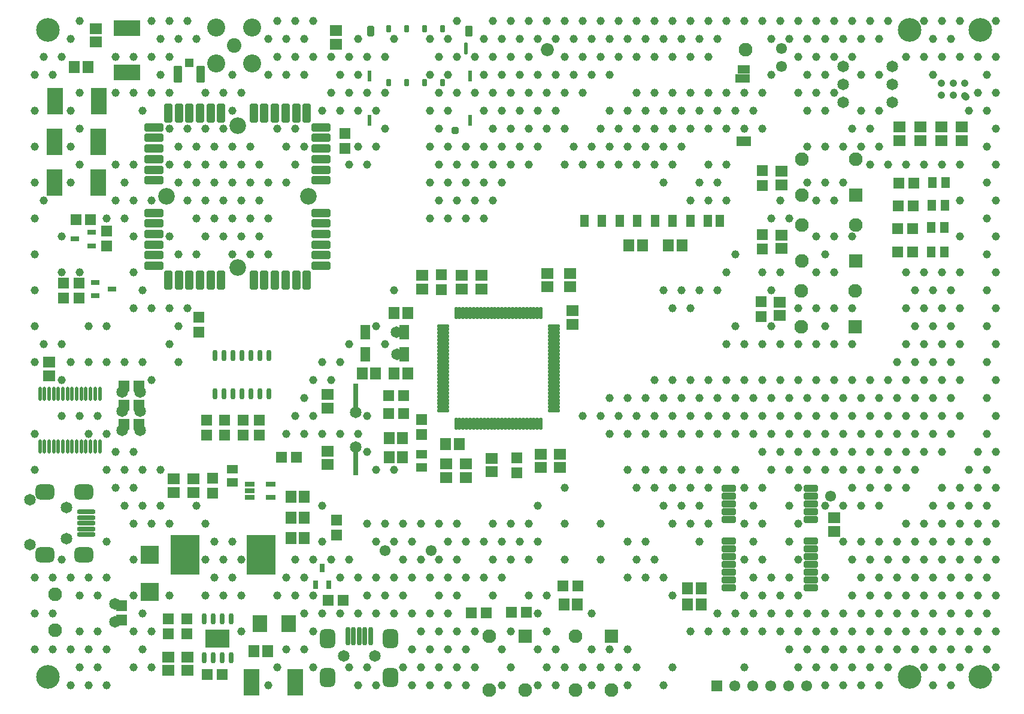
<source format=gts>
G04 Layer_Color=8388736*
%FSLAX44Y44*%
%MOMM*%
G71*
G01*
G75*
%ADD78R,1.5000X1.6000*%
%ADD79R,1.6000X1.5000*%
G04:AMPARAMS|DCode=80|XSize=2.15mm|YSize=2.65mm|CornerRadius=0.575mm|HoleSize=0mm|Usage=FLASHONLY|Rotation=0.000|XOffset=0mm|YOffset=0mm|HoleType=Round|Shape=RoundedRectangle|*
%AMROUNDEDRECTD80*
21,1,2.1500,1.5000,0,0,0.0*
21,1,1.0000,2.6500,0,0,0.0*
1,1,1.1500,0.5000,-0.7500*
1,1,1.1500,-0.5000,-0.7500*
1,1,1.1500,-0.5000,0.7500*
1,1,1.1500,0.5000,0.7500*
%
%ADD80ROUNDEDRECTD80*%
%ADD81O,0.6500X2.6500*%
%ADD82R,1.1500X1.7500*%
%ADD83R,2.1500X1.3500*%
%ADD84R,1.7000X1.1500*%
%ADD85R,2.1500X1.1500*%
%ADD86R,3.7000X2.3000*%
%ADD87R,1.5500X1.7000*%
%ADD88R,1.7000X1.5500*%
%ADD89R,2.6000X2.5500*%
%ADD90R,2.3000X3.7000*%
%ADD91R,2.1000X2.4000*%
%ADD92R,4.1000X5.6500*%
G04:AMPARAMS|DCode=93|XSize=0.95mm|YSize=1.95mm|CornerRadius=0.175mm|HoleSize=0mm|Usage=FLASHONLY|Rotation=270.000|XOffset=0mm|YOffset=0mm|HoleType=Round|Shape=RoundedRectangle|*
%AMROUNDEDRECTD93*
21,1,0.9500,1.6000,0,0,270.0*
21,1,0.6000,1.9500,0,0,270.0*
1,1,0.3500,-0.8000,-0.3000*
1,1,0.3500,-0.8000,0.3000*
1,1,0.3500,0.8000,0.3000*
1,1,0.3500,0.8000,-0.3000*
%
%ADD93ROUNDEDRECTD93*%
%ADD94R,1.1500X0.7500*%
G04:AMPARAMS|DCode=95|XSize=2.65mm|YSize=1.15mm|CornerRadius=0.2mm|HoleSize=0mm|Usage=FLASHONLY|Rotation=90.000|XOffset=0mm|YOffset=0mm|HoleType=Round|Shape=RoundedRectangle|*
%AMROUNDEDRECTD95*
21,1,2.6500,0.7500,0,0,90.0*
21,1,2.2500,1.1500,0,0,90.0*
1,1,0.4000,0.3750,1.1250*
1,1,0.4000,0.3750,-1.1250*
1,1,0.4000,-0.3750,-1.1250*
1,1,0.4000,-0.3750,1.1250*
%
%ADD95ROUNDEDRECTD95*%
G04:AMPARAMS|DCode=96|XSize=2.65mm|YSize=1.15mm|CornerRadius=0.2mm|HoleSize=0mm|Usage=FLASHONLY|Rotation=180.000|XOffset=0mm|YOffset=0mm|HoleType=Round|Shape=RoundedRectangle|*
%AMROUNDEDRECTD96*
21,1,2.6500,0.7500,0,0,180.0*
21,1,2.2500,1.1500,0,0,180.0*
1,1,0.4000,-1.1250,0.3750*
1,1,0.4000,1.1250,0.3750*
1,1,0.4000,1.1250,-0.3750*
1,1,0.4000,-1.1250,-0.3750*
%
%ADD96ROUNDEDRECTD96*%
%ADD97C,2.3500*%
%ADD98O,0.7500X1.6000*%
%ADD99R,3.3500X2.6600*%
%ADD100R,1.3500X0.8000*%
G04:AMPARAMS|DCode=101|XSize=1.65mm|YSize=0.55mm|CornerRadius=0.125mm|HoleSize=0mm|Usage=FLASHONLY|Rotation=90.000|XOffset=0mm|YOffset=0mm|HoleType=Round|Shape=RoundedRectangle|*
%AMROUNDEDRECTD101*
21,1,1.6500,0.3000,0,0,90.0*
21,1,1.4000,0.5500,0,0,90.0*
1,1,0.2500,0.1500,0.7000*
1,1,0.2500,0.1500,-0.7000*
1,1,0.2500,-0.1500,-0.7000*
1,1,0.2500,-0.1500,0.7000*
%
%ADD101ROUNDEDRECTD101*%
G04:AMPARAMS|DCode=102|XSize=0.95mm|YSize=0.95mm|CornerRadius=0.175mm|HoleSize=0mm|Usage=FLASHONLY|Rotation=90.000|XOffset=0mm|YOffset=0mm|HoleType=Round|Shape=RoundedRectangle|*
%AMROUNDEDRECTD102*
21,1,0.9500,0.6000,0,0,90.0*
21,1,0.6000,0.9500,0,0,90.0*
1,1,0.3500,0.3000,0.3000*
1,1,0.3500,0.3000,-0.3000*
1,1,0.3500,-0.3000,-0.3000*
1,1,0.3500,-0.3000,0.3000*
%
%ADD102ROUNDEDRECTD102*%
G04:AMPARAMS|DCode=103|XSize=1.55mm|YSize=1.02mm|CornerRadius=0.1838mm|HoleSize=0mm|Usage=FLASHONLY|Rotation=90.000|XOffset=0mm|YOffset=0mm|HoleType=Round|Shape=RoundedRectangle|*
%AMROUNDEDRECTD103*
21,1,1.5500,0.6525,0,0,90.0*
21,1,1.1825,1.0200,0,0,90.0*
1,1,0.3675,0.3262,0.5913*
1,1,0.3675,0.3262,-0.5913*
1,1,0.3675,-0.3262,-0.5913*
1,1,0.3675,-0.3262,0.5913*
%
%ADD103ROUNDEDRECTD103*%
G04:AMPARAMS|DCode=104|XSize=1.55mm|YSize=0.57mm|CornerRadius=0.1275mm|HoleSize=0mm|Usage=FLASHONLY|Rotation=90.000|XOffset=0mm|YOffset=0mm|HoleType=Round|Shape=RoundedRectangle|*
%AMROUNDEDRECTD104*
21,1,1.5500,0.3150,0,0,90.0*
21,1,1.2950,0.5700,0,0,90.0*
1,1,0.2550,0.1575,0.6475*
1,1,0.2550,0.1575,-0.6475*
1,1,0.2550,-0.1575,-0.6475*
1,1,0.2550,-0.1575,0.6475*
%
%ADD104ROUNDEDRECTD104*%
G04:AMPARAMS|DCode=105|XSize=1.55mm|YSize=0.95mm|CornerRadius=0.175mm|HoleSize=0mm|Usage=FLASHONLY|Rotation=90.000|XOffset=0mm|YOffset=0mm|HoleType=Round|Shape=RoundedRectangle|*
%AMROUNDEDRECTD105*
21,1,1.5500,0.6000,0,0,90.0*
21,1,1.2000,0.9500,0,0,90.0*
1,1,0.3500,0.3000,0.6000*
1,1,0.3500,0.3000,-0.6000*
1,1,0.3500,-0.3000,-0.6000*
1,1,0.3500,-0.3000,0.6000*
%
%ADD105ROUNDEDRECTD105*%
G04:AMPARAMS|DCode=106|XSize=0.75mm|YSize=0.95mm|CornerRadius=0.15mm|HoleSize=0mm|Usage=FLASHONLY|Rotation=180.000|XOffset=0mm|YOffset=0mm|HoleType=Round|Shape=RoundedRectangle|*
%AMROUNDEDRECTD106*
21,1,0.7500,0.6500,0,0,180.0*
21,1,0.4500,0.9500,0,0,180.0*
1,1,0.3000,-0.2250,0.3250*
1,1,0.3000,0.2250,0.3250*
1,1,0.3000,0.2250,-0.3250*
1,1,0.3000,-0.2250,-0.3250*
%
%ADD106ROUNDEDRECTD106*%
%ADD107O,2.6500X0.6500*%
G04:AMPARAMS|DCode=108|XSize=2.15mm|YSize=2.65mm|CornerRadius=0.575mm|HoleSize=0mm|Usage=FLASHONLY|Rotation=270.000|XOffset=0mm|YOffset=0mm|HoleType=Round|Shape=RoundedRectangle|*
%AMROUNDEDRECTD108*
21,1,2.1500,1.5000,0,0,270.0*
21,1,1.0000,2.6500,0,0,270.0*
1,1,1.1500,-0.7500,-0.5000*
1,1,1.1500,-0.7500,0.5000*
1,1,1.1500,0.7500,0.5000*
1,1,1.1500,0.7500,-0.5000*
%
%ADD108ROUNDEDRECTD108*%
G04:AMPARAMS|DCode=109|XSize=1.2mm|YSize=2.35mm|CornerRadius=0.1275mm|HoleSize=0mm|Usage=FLASHONLY|Rotation=180.000|XOffset=0mm|YOffset=0mm|HoleType=Round|Shape=RoundedRectangle|*
%AMROUNDEDRECTD109*
21,1,1.2000,2.0950,0,0,180.0*
21,1,0.9450,2.3500,0,0,180.0*
1,1,0.2550,-0.4725,1.0475*
1,1,0.2550,0.4725,1.0475*
1,1,0.2550,0.4725,-1.0475*
1,1,0.2550,-0.4725,-1.0475*
%
%ADD109ROUNDEDRECTD109*%
G04:AMPARAMS|DCode=110|XSize=1.25mm|YSize=1.25mm|CornerRadius=0.185mm|HoleSize=0mm|Usage=FLASHONLY|Rotation=180.000|XOffset=0mm|YOffset=0mm|HoleType=Round|Shape=RoundedRectangle|*
%AMROUNDEDRECTD110*
21,1,1.2500,0.8800,0,0,180.0*
21,1,0.8800,1.2500,0,0,180.0*
1,1,0.3700,-0.4400,0.4400*
1,1,0.3700,0.4400,0.4400*
1,1,0.3700,0.4400,-0.4400*
1,1,0.3700,-0.4400,-0.4400*
%
%ADD110ROUNDEDRECTD110*%
%ADD111R,0.8000X4.1500*%
%ADD112R,1.4500X2.0500*%
%ADD113O,0.5000X1.8000*%
%ADD114O,1.8000X0.5000*%
%ADD115O,0.4500X2.0000*%
%ADD116R,1.5500X1.1500*%
%ADD117R,1.1500X1.5500*%
%ADD118R,0.7500X1.1500*%
%ADD119C,1.0600*%
%ADD120C,1.6500*%
%ADD121C,1.8500*%
%ADD122C,1.9500*%
%ADD123C,3.3500*%
%ADD124C,2.5500*%
%ADD125C,2.0500*%
%ADD126C,1.5500*%
%ADD127R,1.5500X1.5500*%
%ADD128R,1.9500X1.9500*%
%ADD129R,1.9500X1.9500*%
%ADD130C,1.1500*%
D78*
X1569500Y1030000D02*
D03*
X1548500D02*
D03*
X1569500Y1057000D02*
D03*
X1548500D02*
D03*
X1569500Y1084000D02*
D03*
X1548500D02*
D03*
X2096500Y764000D02*
D03*
X2117500D02*
D03*
X1943500Y1070500D02*
D03*
X1922500D02*
D03*
Y1045000D02*
D03*
X1943500D02*
D03*
X2169500Y801000D02*
D03*
X2190500D02*
D03*
X2642500Y1274000D02*
D03*
X2663500D02*
D03*
X2663500Y1307000D02*
D03*
X2642500D02*
D03*
X2643500Y1339000D02*
D03*
X2664500D02*
D03*
X2644500Y1371000D02*
D03*
X2665500D02*
D03*
X1771500Y983000D02*
D03*
X1792500D02*
D03*
X1480500Y1319000D02*
D03*
X1501500D02*
D03*
X1687500Y676000D02*
D03*
X1666500D02*
D03*
X2039500Y763000D02*
D03*
X2060500D02*
D03*
X1837500Y781000D02*
D03*
X1858500D02*
D03*
D79*
X1849000Y894500D02*
D03*
Y873500D02*
D03*
X1545000Y773500D02*
D03*
Y752500D02*
D03*
X2449000Y1203500D02*
D03*
Y1182500D02*
D03*
X1997000Y1241500D02*
D03*
Y1220500D02*
D03*
X2451000Y1298500D02*
D03*
Y1277500D02*
D03*
X2451000Y1388500D02*
D03*
Y1367500D02*
D03*
X1969000Y1036500D02*
D03*
Y1015500D02*
D03*
X2104000Y982500D02*
D03*
Y961500D02*
D03*
X1524000Y1303500D02*
D03*
Y1282500D02*
D03*
X1691000Y1014500D02*
D03*
Y1035500D02*
D03*
X1665000Y1035500D02*
D03*
Y1014500D02*
D03*
X1654000Y1160500D02*
D03*
Y1181500D02*
D03*
X1717000Y1035500D02*
D03*
Y1014500D02*
D03*
X1740000D02*
D03*
Y1035500D02*
D03*
X1485000Y1208500D02*
D03*
Y1229500D02*
D03*
X1463000D02*
D03*
Y1208500D02*
D03*
X1611000Y754500D02*
D03*
Y733500D02*
D03*
X1637000Y754500D02*
D03*
Y733500D02*
D03*
X1674000Y953500D02*
D03*
Y932500D02*
D03*
X1861000Y1441500D02*
D03*
Y1420500D02*
D03*
D80*
X1925500Y672000D02*
D03*
X1836500D02*
D03*
X1925500Y727000D02*
D03*
X1836500D02*
D03*
D81*
X1865000Y730000D02*
D03*
X1873000D02*
D03*
X1881000D02*
D03*
X1889000D02*
D03*
X1897000D02*
D03*
D82*
X2199200Y1318000D02*
D03*
X2390800D02*
D03*
X2374300D02*
D03*
X2349300D02*
D03*
X2324300D02*
D03*
X2299300D02*
D03*
X2274200D02*
D03*
X2249200D02*
D03*
X2224200D02*
D03*
D83*
X2425000Y1430000D02*
D03*
D84*
Y1532000D02*
D03*
D85*
X2423000Y1519000D02*
D03*
D86*
X1553000Y1528000D02*
D03*
Y1590000D02*
D03*
D87*
X2318500Y1283000D02*
D03*
X2337500D02*
D03*
X2281500D02*
D03*
X2262500D02*
D03*
X2170500Y775000D02*
D03*
X2189500D02*
D03*
X1885500Y1102000D02*
D03*
X1904500D02*
D03*
X2022500Y1002000D02*
D03*
X2003500D02*
D03*
X1923500Y983000D02*
D03*
X1942500D02*
D03*
X1923500Y1010000D02*
D03*
X1942500D02*
D03*
X1930500Y1187000D02*
D03*
X1949500D02*
D03*
X1930500Y1102000D02*
D03*
X1949500D02*
D03*
X2345500Y775000D02*
D03*
X2364500D02*
D03*
X2345500Y798000D02*
D03*
X2364500D02*
D03*
X1803500Y869000D02*
D03*
X1784500D02*
D03*
X1803500Y898000D02*
D03*
X1784500D02*
D03*
X1803500Y927000D02*
D03*
X1784500D02*
D03*
X1751500Y709000D02*
D03*
X1732500D02*
D03*
X1478500Y1535000D02*
D03*
X1497500D02*
D03*
D88*
X2476000Y1183500D02*
D03*
Y1202500D02*
D03*
X2478000Y1368500D02*
D03*
Y1387500D02*
D03*
X1836500Y992000D02*
D03*
Y973000D02*
D03*
X2165000Y968500D02*
D03*
Y987500D02*
D03*
X2183000Y1190500D02*
D03*
Y1171500D02*
D03*
X2026000Y1240500D02*
D03*
Y1221500D02*
D03*
X2068000Y962500D02*
D03*
Y981500D02*
D03*
X2054000Y1240500D02*
D03*
Y1221500D02*
D03*
X2147000Y1243500D02*
D03*
Y1224500D02*
D03*
X2179000Y1243500D02*
D03*
Y1224500D02*
D03*
X2138000Y968500D02*
D03*
Y987500D02*
D03*
X2004000Y973500D02*
D03*
Y954500D02*
D03*
X2032000Y973500D02*
D03*
Y954500D02*
D03*
X1970000Y1240500D02*
D03*
Y1221500D02*
D03*
X2553000Y878500D02*
D03*
Y897500D02*
D03*
X2645000Y1431500D02*
D03*
Y1450500D02*
D03*
X1638000Y681500D02*
D03*
Y700500D02*
D03*
X1611000Y681500D02*
D03*
Y700500D02*
D03*
X1848000Y1567500D02*
D03*
Y1586500D02*
D03*
X1509000Y1589500D02*
D03*
Y1570500D02*
D03*
X1443000Y1117500D02*
D03*
Y1098500D02*
D03*
X1619000Y952500D02*
D03*
Y933500D02*
D03*
X1647000Y952500D02*
D03*
Y933500D02*
D03*
X1836500Y1053000D02*
D03*
Y1072000D02*
D03*
X2675000Y1431500D02*
D03*
Y1450500D02*
D03*
X2704000Y1431500D02*
D03*
Y1450500D02*
D03*
X2733000Y1431500D02*
D03*
Y1450500D02*
D03*
X2478000Y1278500D02*
D03*
Y1297500D02*
D03*
D89*
X1585000Y845000D02*
D03*
Y793000D02*
D03*
D90*
X1791000Y665000D02*
D03*
X1729000D02*
D03*
X1513000Y1487000D02*
D03*
X1451000D02*
D03*
X1512000Y1429000D02*
D03*
X1450000D02*
D03*
X1512000Y1372000D02*
D03*
X1450000D02*
D03*
D91*
X1781250Y748000D02*
D03*
X1740750D02*
D03*
D92*
X1635250Y845000D02*
D03*
X1742750D02*
D03*
D93*
X2520000Y799000D02*
D03*
Y810000D02*
D03*
Y821000D02*
D03*
Y832000D02*
D03*
Y843000D02*
D03*
Y854000D02*
D03*
Y865000D02*
D03*
Y895000D02*
D03*
Y906000D02*
D03*
Y917000D02*
D03*
Y928000D02*
D03*
Y939000D02*
D03*
X2404000D02*
D03*
Y928000D02*
D03*
Y917000D02*
D03*
Y906000D02*
D03*
Y895000D02*
D03*
Y865000D02*
D03*
Y854000D02*
D03*
Y843000D02*
D03*
Y832000D02*
D03*
Y821000D02*
D03*
Y810000D02*
D03*
Y799000D02*
D03*
D94*
X1503000Y1282500D02*
D03*
Y1301500D02*
D03*
X1479000Y1292000D02*
D03*
X1508000Y1230500D02*
D03*
Y1211500D02*
D03*
X1532000Y1221000D02*
D03*
D95*
X1807000Y1470000D02*
D03*
X1792000D02*
D03*
X1777000D02*
D03*
X1762000D02*
D03*
X1747000D02*
D03*
X1732000D02*
D03*
X1686000D02*
D03*
X1671000D02*
D03*
X1656000D02*
D03*
X1641000D02*
D03*
X1626000D02*
D03*
X1611000D02*
D03*
X1807000Y1234000D02*
D03*
X1792000D02*
D03*
X1777000D02*
D03*
X1762000D02*
D03*
X1747000D02*
D03*
X1732000D02*
D03*
X1686000D02*
D03*
X1671000D02*
D03*
X1656000D02*
D03*
X1641000D02*
D03*
X1626000D02*
D03*
X1611000D02*
D03*
D96*
X1827000Y1450000D02*
D03*
Y1435000D02*
D03*
Y1420000D02*
D03*
Y1405000D02*
D03*
Y1390000D02*
D03*
Y1375000D02*
D03*
Y1329000D02*
D03*
Y1314000D02*
D03*
Y1299000D02*
D03*
Y1284000D02*
D03*
Y1269000D02*
D03*
Y1254000D02*
D03*
X1591000D02*
D03*
Y1269000D02*
D03*
Y1284000D02*
D03*
Y1299000D02*
D03*
Y1314000D02*
D03*
Y1329000D02*
D03*
Y1375000D02*
D03*
Y1390000D02*
D03*
Y1405000D02*
D03*
Y1420000D02*
D03*
Y1435000D02*
D03*
Y1450000D02*
D03*
D97*
X1609000Y1352000D02*
D03*
X1709000Y1252000D02*
D03*
X1809000Y1352000D02*
D03*
X1709000Y1452000D02*
D03*
D98*
X1700050Y754250D02*
D03*
X1687350D02*
D03*
X1674650D02*
D03*
X1661950D02*
D03*
X1700050Y699750D02*
D03*
X1687350D02*
D03*
X1674650D02*
D03*
X1661950D02*
D03*
X1676900Y1072750D02*
D03*
X1689600D02*
D03*
X1702300D02*
D03*
X1715000D02*
D03*
X1727700D02*
D03*
X1740400D02*
D03*
X1753100D02*
D03*
X1676900Y1127250D02*
D03*
X1689600D02*
D03*
X1702300D02*
D03*
X1715000D02*
D03*
X1727700D02*
D03*
X1740400D02*
D03*
X1753100D02*
D03*
D99*
X1681000Y727000D02*
D03*
D100*
X1755750Y945500D02*
D03*
Y926500D02*
D03*
X1726250D02*
D03*
Y936000D02*
D03*
Y945500D02*
D03*
D101*
X2032200Y1561200D02*
D03*
D102*
X2016600Y1445900D02*
D03*
D103*
X2036300Y1585900D02*
D03*
D104*
X2038000Y1522400D02*
D03*
Y1459800D02*
D03*
X1895700D02*
D03*
Y1522400D02*
D03*
D105*
X1897300Y1585900D02*
D03*
D106*
X1999200Y1589200D02*
D03*
X1973800D02*
D03*
X1948400D02*
D03*
X1923000D02*
D03*
X1999200Y1513000D02*
D03*
X1973800D02*
D03*
X1948400D02*
D03*
X1923000D02*
D03*
D107*
X1495000Y874000D02*
D03*
Y882000D02*
D03*
Y890000D02*
D03*
Y898000D02*
D03*
Y906000D02*
D03*
D108*
X1492000Y934500D02*
D03*
Y845500D02*
D03*
X1437000Y934500D02*
D03*
Y845500D02*
D03*
D109*
X1625000Y1525000D02*
D03*
X1657000D02*
D03*
D110*
X1641000Y1541000D02*
D03*
D111*
X1876500Y1067000D02*
D03*
Y978000D02*
D03*
D112*
X1945000Y1160500D02*
D03*
X1890000D02*
D03*
X1945000Y1128500D02*
D03*
X1890000D02*
D03*
D113*
X2018000Y1187250D02*
D03*
X2023000D02*
D03*
X2028000D02*
D03*
X2033000D02*
D03*
X2038000D02*
D03*
X2043000D02*
D03*
X2048000D02*
D03*
X2053000D02*
D03*
X2058000D02*
D03*
X2063000D02*
D03*
X2068000D02*
D03*
X2073000D02*
D03*
X2078000D02*
D03*
X2083000D02*
D03*
X2088000D02*
D03*
X2093000D02*
D03*
X2098000D02*
D03*
X2103000D02*
D03*
X2108000D02*
D03*
X2113000D02*
D03*
X2118000D02*
D03*
X2123000D02*
D03*
X2128000D02*
D03*
X2133000D02*
D03*
X2138000D02*
D03*
Y1030750D02*
D03*
X2133000D02*
D03*
X2128000D02*
D03*
X2123000D02*
D03*
X2118000D02*
D03*
X2113000D02*
D03*
X2108000D02*
D03*
X2103000D02*
D03*
X2098000D02*
D03*
X2093000D02*
D03*
X2088000D02*
D03*
X2083000D02*
D03*
X2078000D02*
D03*
X2073000D02*
D03*
X2068000D02*
D03*
X2063000D02*
D03*
X2058000D02*
D03*
X2053000D02*
D03*
X2048000D02*
D03*
X2043000D02*
D03*
X2038000D02*
D03*
X2033000D02*
D03*
X2028000D02*
D03*
X2023000D02*
D03*
X2018000D02*
D03*
D114*
X2156250Y1169000D02*
D03*
Y1164000D02*
D03*
Y1159000D02*
D03*
Y1154000D02*
D03*
Y1149000D02*
D03*
Y1144000D02*
D03*
Y1139000D02*
D03*
Y1134000D02*
D03*
Y1129000D02*
D03*
Y1124000D02*
D03*
Y1119000D02*
D03*
Y1114000D02*
D03*
Y1109000D02*
D03*
Y1104000D02*
D03*
Y1099000D02*
D03*
Y1094000D02*
D03*
Y1089000D02*
D03*
Y1084000D02*
D03*
Y1079000D02*
D03*
Y1074000D02*
D03*
Y1069000D02*
D03*
Y1064000D02*
D03*
Y1059000D02*
D03*
Y1054000D02*
D03*
Y1049000D02*
D03*
X1999750D02*
D03*
Y1054000D02*
D03*
Y1059000D02*
D03*
Y1064000D02*
D03*
Y1069000D02*
D03*
Y1074000D02*
D03*
Y1079000D02*
D03*
Y1084000D02*
D03*
Y1089000D02*
D03*
Y1094000D02*
D03*
Y1099000D02*
D03*
Y1104000D02*
D03*
Y1109000D02*
D03*
Y1114000D02*
D03*
Y1119000D02*
D03*
Y1124000D02*
D03*
Y1129000D02*
D03*
Y1134000D02*
D03*
Y1139000D02*
D03*
Y1144000D02*
D03*
Y1149000D02*
D03*
Y1154000D02*
D03*
Y1159000D02*
D03*
Y1164000D02*
D03*
Y1169000D02*
D03*
D115*
X1514250Y1073250D02*
D03*
X1507750D02*
D03*
X1501250D02*
D03*
X1494750D02*
D03*
X1488250D02*
D03*
X1481750D02*
D03*
X1475250D02*
D03*
X1468750D02*
D03*
X1462250D02*
D03*
X1455750D02*
D03*
X1449250D02*
D03*
X1442750D02*
D03*
X1436250D02*
D03*
X1429750D02*
D03*
X1514250Y998750D02*
D03*
X1507750D02*
D03*
X1501250D02*
D03*
X1494750D02*
D03*
X1488250D02*
D03*
X1481750D02*
D03*
X1475250D02*
D03*
X1468750D02*
D03*
X1462250D02*
D03*
X1455750D02*
D03*
X1449250D02*
D03*
X1442750D02*
D03*
X1436250D02*
D03*
X1429750D02*
D03*
D116*
X1969000Y968750D02*
D03*
Y987250D02*
D03*
X1702000Y947750D02*
D03*
Y966250D02*
D03*
D117*
X2710250Y1372000D02*
D03*
X2691750D02*
D03*
X2690750Y1340000D02*
D03*
X2709250D02*
D03*
X2708250Y1308000D02*
D03*
X2689750D02*
D03*
X2689750Y1274000D02*
D03*
X2708250D02*
D03*
D118*
X1829000Y827000D02*
D03*
X1838500Y803000D02*
D03*
X1819500D02*
D03*
D119*
X2739000Y1493000D02*
D03*
X2704500Y1495750D02*
D03*
Y1512250D02*
D03*
X2721000Y1495750D02*
D03*
Y1512250D02*
D03*
X2737000Y1495000D02*
D03*
X2737500Y1512250D02*
D03*
D120*
X1571700Y1021110D02*
D03*
X1546300D02*
D03*
X1571700Y1048110D02*
D03*
X1546300D02*
D03*
X1571700Y1075110D02*
D03*
X1546300D02*
D03*
X1903000Y702000D02*
D03*
X1859000D02*
D03*
X1536110Y775700D02*
D03*
Y750300D02*
D03*
X1467000Y912000D02*
D03*
Y868000D02*
D03*
X1416000Y922750D02*
D03*
Y859250D02*
D03*
X1876500Y998000D02*
D03*
Y1047000D02*
D03*
X1933500Y1160500D02*
D03*
X1934500Y1128500D02*
D03*
X2635000Y1536000D02*
D03*
Y1510600D02*
D03*
Y1485200D02*
D03*
X2565000D02*
D03*
Y1510600D02*
D03*
Y1536000D02*
D03*
D121*
X2147000Y1560000D02*
D03*
D122*
X2427000D02*
D03*
X1451000Y738200D02*
D03*
Y789000D02*
D03*
X2506800Y1354000D02*
D03*
Y1404800D02*
D03*
X2583000D02*
D03*
X2583170Y1311870D02*
D03*
X2506970D02*
D03*
Y1261070D02*
D03*
X2505970Y1167820D02*
D03*
Y1218620D02*
D03*
X2582170D02*
D03*
X2187200Y730000D02*
D03*
Y653800D02*
D03*
X2238000D02*
D03*
X2116000D02*
D03*
X2065200D02*
D03*
Y730000D02*
D03*
D123*
X2659000Y672500D02*
D03*
Y1587500D02*
D03*
X1441000Y672500D02*
D03*
X2759000D02*
D03*
Y1587500D02*
D03*
X1441000D02*
D03*
D124*
X1729400Y1540600D02*
D03*
Y1591400D02*
D03*
X1678600D02*
D03*
Y1540600D02*
D03*
D125*
X1704000Y1566000D02*
D03*
D126*
X2437800Y660000D02*
D03*
X2412400D02*
D03*
X2463200D02*
D03*
X2488600D02*
D03*
X2514000D02*
D03*
X2548000Y928000D02*
D03*
X2478000Y1536000D02*
D03*
Y1561400D02*
D03*
X1983000Y851000D02*
D03*
X1918000D02*
D03*
D127*
X2387000Y660000D02*
D03*
D128*
X2583000Y1354000D02*
D03*
X2583170Y1261070D02*
D03*
X2582170Y1167820D02*
D03*
D129*
X2238000Y730000D02*
D03*
X2116000D02*
D03*
D130*
X2781300Y1600200D02*
D03*
Y1549400D02*
D03*
X2768600Y1524000D02*
D03*
X2781300Y1498600D02*
D03*
X2768600Y1473200D02*
D03*
X2781300Y1447800D02*
D03*
X2768600Y1422400D02*
D03*
X2781300Y1397000D02*
D03*
X2768600Y1371600D02*
D03*
X2781300Y1346200D02*
D03*
X2768600Y1320800D02*
D03*
X2781300Y1295400D02*
D03*
X2768600Y1270000D02*
D03*
X2781300Y1244600D02*
D03*
X2768600Y1219200D02*
D03*
X2781300Y1193800D02*
D03*
X2768600Y1168400D02*
D03*
X2781300Y1143000D02*
D03*
X2768600Y1117600D02*
D03*
X2781300Y1092200D02*
D03*
X2768600Y1066800D02*
D03*
X2781300Y1041400D02*
D03*
X2768600Y1016000D02*
D03*
X2781300Y990600D02*
D03*
X2768600Y965200D02*
D03*
X2781300Y939800D02*
D03*
X2768600Y914400D02*
D03*
X2781300Y889000D02*
D03*
X2768600Y863600D02*
D03*
X2781300Y838200D02*
D03*
X2768600Y812800D02*
D03*
X2781300Y787400D02*
D03*
X2768600Y762000D02*
D03*
X2781300Y736600D02*
D03*
X2768600Y711200D02*
D03*
X2781300Y685800D02*
D03*
X2755900Y1549400D02*
D03*
Y1498600D02*
D03*
X2743200Y1473200D02*
D03*
X2755900Y990600D02*
D03*
X2743200Y965200D02*
D03*
X2755900Y939800D02*
D03*
X2743200Y914400D02*
D03*
X2755900Y889000D02*
D03*
X2743200Y863600D02*
D03*
X2755900Y838200D02*
D03*
X2743200Y812800D02*
D03*
X2755900Y787400D02*
D03*
X2743200Y762000D02*
D03*
X2755900Y736600D02*
D03*
X2743200Y711200D02*
D03*
X2730500Y1600200D02*
D03*
X2717800Y1574800D02*
D03*
X2730500Y1549400D02*
D03*
Y1397000D02*
D03*
Y1346200D02*
D03*
Y1295400D02*
D03*
Y1244600D02*
D03*
X2717800Y1219200D02*
D03*
X2730500Y1193800D02*
D03*
X2717800Y1168400D02*
D03*
X2730500Y1143000D02*
D03*
X2717800Y1117600D02*
D03*
X2730500Y1092200D02*
D03*
X2717800Y1066800D02*
D03*
X2730500Y1041400D02*
D03*
X2717800Y1016000D02*
D03*
X2730500Y939800D02*
D03*
X2717800Y914400D02*
D03*
X2730500Y889000D02*
D03*
X2717800Y863600D02*
D03*
X2730500Y838200D02*
D03*
X2717800Y812800D02*
D03*
X2730500Y787400D02*
D03*
X2717800Y762000D02*
D03*
X2730500Y736600D02*
D03*
X2717800Y711200D02*
D03*
X2730500Y685800D02*
D03*
X2717800Y660400D02*
D03*
X2705100Y1600200D02*
D03*
X2692400Y1574800D02*
D03*
X2705100Y1549400D02*
D03*
X2692400Y1524000D02*
D03*
X2705100Y1397000D02*
D03*
Y1244600D02*
D03*
X2692400Y1219200D02*
D03*
X2705100Y1193800D02*
D03*
X2692400Y1168400D02*
D03*
X2705100Y1143000D02*
D03*
X2692400Y1117600D02*
D03*
X2705100Y1092200D02*
D03*
X2692400Y1066800D02*
D03*
X2705100Y1041400D02*
D03*
X2692400Y1016000D02*
D03*
X2705100Y990600D02*
D03*
Y939800D02*
D03*
X2692400Y914400D02*
D03*
X2705100Y889000D02*
D03*
X2692400Y863600D02*
D03*
X2705100Y838200D02*
D03*
X2692400Y812800D02*
D03*
X2705100Y787400D02*
D03*
X2692400Y762000D02*
D03*
X2705100Y736600D02*
D03*
X2692400Y711200D02*
D03*
X2705100Y685800D02*
D03*
X2692400Y660400D02*
D03*
X2679700Y1600200D02*
D03*
Y1549400D02*
D03*
Y1397000D02*
D03*
Y1244600D02*
D03*
X2667000Y1219200D02*
D03*
X2679700Y1193800D02*
D03*
X2667000Y1168400D02*
D03*
X2679700Y1143000D02*
D03*
X2667000Y1117600D02*
D03*
X2679700Y1092200D02*
D03*
X2667000Y1066800D02*
D03*
X2679700Y1041400D02*
D03*
X2667000Y1016000D02*
D03*
X2679700Y990600D02*
D03*
X2667000Y965200D02*
D03*
X2679700Y889000D02*
D03*
X2667000Y863600D02*
D03*
X2679700Y838200D02*
D03*
X2667000Y812800D02*
D03*
X2679700Y787400D02*
D03*
X2667000Y762000D02*
D03*
X2679700Y736600D02*
D03*
X2667000Y711200D02*
D03*
X2679700Y685800D02*
D03*
X2654300Y1549400D02*
D03*
Y1397000D02*
D03*
Y1244600D02*
D03*
Y1193800D02*
D03*
Y1143000D02*
D03*
X2641600Y1117600D02*
D03*
X2654300Y1092200D02*
D03*
X2641600Y1066800D02*
D03*
X2654300Y1041400D02*
D03*
X2641600Y1016000D02*
D03*
X2654300Y990600D02*
D03*
X2641600Y965200D02*
D03*
X2654300Y939800D02*
D03*
Y889000D02*
D03*
X2641600Y863600D02*
D03*
X2654300Y838200D02*
D03*
X2641600Y812800D02*
D03*
X2654300Y787400D02*
D03*
X2641600Y762000D02*
D03*
X2654300Y736600D02*
D03*
X2641600Y711200D02*
D03*
X2628900Y1600200D02*
D03*
X2616200Y1574800D02*
D03*
Y1524000D02*
D03*
Y1473200D02*
D03*
Y1422400D02*
D03*
X2628900Y1397000D02*
D03*
Y1092200D02*
D03*
X2616200Y1066800D02*
D03*
X2628900Y1041400D02*
D03*
X2616200Y1016000D02*
D03*
X2628900Y990600D02*
D03*
X2616200Y965200D02*
D03*
X2628900Y939800D02*
D03*
X2616200Y914400D02*
D03*
Y863600D02*
D03*
X2628900Y838200D02*
D03*
X2616200Y812800D02*
D03*
X2628900Y787400D02*
D03*
X2616200Y762000D02*
D03*
X2628900Y736600D02*
D03*
X2616200Y711200D02*
D03*
X2628900Y685800D02*
D03*
X2616200Y660400D02*
D03*
X2603500Y1600200D02*
D03*
X2590800Y1574800D02*
D03*
Y1524000D02*
D03*
Y1473200D02*
D03*
X2603500Y1447800D02*
D03*
X2590800Y1422400D02*
D03*
X2603500Y1397000D02*
D03*
Y1092200D02*
D03*
X2590800Y1066800D02*
D03*
X2603500Y1041400D02*
D03*
X2590800Y1016000D02*
D03*
X2603500Y990600D02*
D03*
X2590800Y965200D02*
D03*
X2603500Y939800D02*
D03*
X2590800Y914400D02*
D03*
Y863600D02*
D03*
X2603500Y838200D02*
D03*
X2590800Y812800D02*
D03*
X2603500Y787400D02*
D03*
X2590800Y762000D02*
D03*
X2603500Y736600D02*
D03*
X2590800Y711200D02*
D03*
X2603500Y685800D02*
D03*
X2590800Y660400D02*
D03*
X2578100Y1600200D02*
D03*
X2565400Y1574800D02*
D03*
X2578100Y1549400D02*
D03*
Y1447800D02*
D03*
X2565400Y1422400D02*
D03*
Y1371600D02*
D03*
X2578100Y1295400D02*
D03*
Y1193800D02*
D03*
Y1143000D02*
D03*
Y1092200D02*
D03*
X2565400Y1066800D02*
D03*
X2578100Y1041400D02*
D03*
X2565400Y1016000D02*
D03*
X2578100Y990600D02*
D03*
X2565400Y965200D02*
D03*
X2578100Y939800D02*
D03*
X2565400Y914400D02*
D03*
Y863600D02*
D03*
X2578100Y838200D02*
D03*
Y787400D02*
D03*
X2565400Y762000D02*
D03*
X2578100Y736600D02*
D03*
X2565400Y711200D02*
D03*
X2578100Y685800D02*
D03*
X2565400Y660400D02*
D03*
X2552700Y1600200D02*
D03*
X2540000Y1574800D02*
D03*
X2552700Y1549400D02*
D03*
X2540000Y1524000D02*
D03*
X2552700Y1498600D02*
D03*
X2540000Y1473200D02*
D03*
Y1422400D02*
D03*
Y1371600D02*
D03*
X2552700Y1346200D02*
D03*
Y1295400D02*
D03*
X2540000Y1270000D02*
D03*
X2552700Y1244600D02*
D03*
Y1193800D02*
D03*
X2540000Y1168400D02*
D03*
X2552700Y1143000D02*
D03*
Y1092200D02*
D03*
X2540000Y1066800D02*
D03*
X2552700Y1041400D02*
D03*
X2540000Y1016000D02*
D03*
X2552700Y990600D02*
D03*
X2540000Y965200D02*
D03*
Y914400D02*
D03*
Y812800D02*
D03*
Y762000D02*
D03*
X2552700Y736600D02*
D03*
X2540000Y711200D02*
D03*
X2552700Y685800D02*
D03*
X2540000Y660400D02*
D03*
X2527300Y1600200D02*
D03*
X2514600Y1574800D02*
D03*
X2527300Y1549400D02*
D03*
X2514600Y1524000D02*
D03*
X2527300Y1498600D02*
D03*
X2514600Y1473200D02*
D03*
Y1422400D02*
D03*
Y1371600D02*
D03*
X2527300Y1346200D02*
D03*
Y1295400D02*
D03*
Y1244600D02*
D03*
Y1193800D02*
D03*
Y1143000D02*
D03*
Y1092200D02*
D03*
X2514600Y1066800D02*
D03*
X2527300Y1041400D02*
D03*
X2514600Y1016000D02*
D03*
X2527300Y990600D02*
D03*
X2514600Y965200D02*
D03*
Y762000D02*
D03*
X2527300Y736600D02*
D03*
X2514600Y711200D02*
D03*
X2527300Y685800D02*
D03*
X2501900Y1600200D02*
D03*
X2489200Y1574800D02*
D03*
X2501900Y1549400D02*
D03*
Y1498600D02*
D03*
X2489200Y1320800D02*
D03*
X2501900Y1193800D02*
D03*
Y1143000D02*
D03*
Y1092200D02*
D03*
X2489200Y1066800D02*
D03*
X2501900Y1041400D02*
D03*
X2489200Y1016000D02*
D03*
X2501900Y990600D02*
D03*
X2489200Y965200D02*
D03*
X2501900Y939800D02*
D03*
X2489200Y914400D02*
D03*
X2501900Y889000D02*
D03*
X2489200Y863600D02*
D03*
X2501900Y838200D02*
D03*
X2489200Y812800D02*
D03*
X2501900Y787400D02*
D03*
X2489200Y762000D02*
D03*
X2501900Y736600D02*
D03*
X2489200Y711200D02*
D03*
X2501900Y685800D02*
D03*
X2476500Y1600200D02*
D03*
X2463800Y1574800D02*
D03*
Y1524000D02*
D03*
X2476500Y1346200D02*
D03*
X2463800Y1320800D02*
D03*
X2476500Y1244600D02*
D03*
X2463800Y1219200D02*
D03*
Y1168400D02*
D03*
X2476500Y1143000D02*
D03*
Y1092200D02*
D03*
X2463800Y1066800D02*
D03*
X2476500Y1041400D02*
D03*
X2463800Y1016000D02*
D03*
X2476500Y990600D02*
D03*
X2463800Y965200D02*
D03*
Y812800D02*
D03*
X2476500Y787400D02*
D03*
X2463800Y762000D02*
D03*
X2476500Y736600D02*
D03*
X2451100Y1600200D02*
D03*
Y1498600D02*
D03*
X2438400Y1473200D02*
D03*
X2451100Y1447800D02*
D03*
Y1244600D02*
D03*
Y1143000D02*
D03*
Y1092200D02*
D03*
X2438400Y1066800D02*
D03*
X2451100Y1041400D02*
D03*
X2438400Y1016000D02*
D03*
X2451100Y990600D02*
D03*
Y939800D02*
D03*
X2438400Y914400D02*
D03*
X2451100Y889000D02*
D03*
X2438400Y863600D02*
D03*
X2451100Y838200D02*
D03*
X2438400Y812800D02*
D03*
X2451100Y787400D02*
D03*
X2438400Y762000D02*
D03*
X2451100Y736600D02*
D03*
X2425700Y1600200D02*
D03*
Y1498600D02*
D03*
X2413000Y1473200D02*
D03*
X2425700Y1447800D02*
D03*
X2413000Y1270000D02*
D03*
Y1168400D02*
D03*
X2425700Y1143000D02*
D03*
Y1092200D02*
D03*
X2413000Y1066800D02*
D03*
X2425700Y1041400D02*
D03*
X2413000Y1016000D02*
D03*
Y965200D02*
D03*
X2425700Y939800D02*
D03*
Y889000D02*
D03*
Y838200D02*
D03*
Y787400D02*
D03*
X2413000Y762000D02*
D03*
X2425700Y736600D02*
D03*
Y685800D02*
D03*
X2400300Y1600200D02*
D03*
X2387600Y1574800D02*
D03*
X2400300Y1498600D02*
D03*
X2387600Y1473200D02*
D03*
X2400300Y1447800D02*
D03*
Y1397000D02*
D03*
X2387600Y1371600D02*
D03*
X2400300Y1346200D02*
D03*
Y1244600D02*
D03*
X2387600Y1219200D02*
D03*
X2400300Y1143000D02*
D03*
Y1092200D02*
D03*
X2387600Y1066800D02*
D03*
X2400300Y1041400D02*
D03*
X2387600Y1016000D02*
D03*
Y965200D02*
D03*
Y762000D02*
D03*
X2400300Y736600D02*
D03*
X2374900Y1600200D02*
D03*
X2362200Y1574800D02*
D03*
X2374900Y1549400D02*
D03*
Y1498600D02*
D03*
X2362200Y1473200D02*
D03*
X2374900Y1447800D02*
D03*
Y1397000D02*
D03*
X2362200Y1371600D02*
D03*
X2374900Y1346200D02*
D03*
X2362200Y1219200D02*
D03*
X2374900Y1092200D02*
D03*
X2362200Y1066800D02*
D03*
X2374900Y1041400D02*
D03*
X2362200Y1016000D02*
D03*
Y965200D02*
D03*
X2374900Y939800D02*
D03*
X2362200Y914400D02*
D03*
X2374900Y889000D02*
D03*
X2362200Y863600D02*
D03*
X2374900Y736600D02*
D03*
X2349500Y1600200D02*
D03*
X2336800Y1574800D02*
D03*
X2349500Y1549400D02*
D03*
Y1498600D02*
D03*
X2336800Y1473200D02*
D03*
X2349500Y1447800D02*
D03*
X2336800Y1422400D02*
D03*
X2349500Y1346200D02*
D03*
X2336800Y1219200D02*
D03*
X2349500Y1193800D02*
D03*
Y1092200D02*
D03*
X2336800Y1066800D02*
D03*
X2349500Y1041400D02*
D03*
X2336800Y1016000D02*
D03*
Y965200D02*
D03*
X2349500Y939800D02*
D03*
X2336800Y914400D02*
D03*
X2349500Y889000D02*
D03*
Y736600D02*
D03*
X2324100Y1600200D02*
D03*
X2311400Y1574800D02*
D03*
X2324100Y1549400D02*
D03*
Y1498600D02*
D03*
X2311400Y1473200D02*
D03*
X2324100Y1447800D02*
D03*
X2311400Y1422400D02*
D03*
X2324100Y1397000D02*
D03*
X2311400Y1371600D02*
D03*
Y1219200D02*
D03*
X2324100Y1193800D02*
D03*
Y1092200D02*
D03*
X2311400Y1066800D02*
D03*
X2324100Y1041400D02*
D03*
X2311400Y1016000D02*
D03*
Y965200D02*
D03*
X2324100Y939800D02*
D03*
X2311400Y914400D02*
D03*
X2324100Y889000D02*
D03*
X2311400Y812800D02*
D03*
X2324100Y787400D02*
D03*
Y685800D02*
D03*
X2311400Y660400D02*
D03*
X2298700Y1600200D02*
D03*
X2286000Y1574800D02*
D03*
X2298700Y1549400D02*
D03*
Y1498600D02*
D03*
X2286000Y1473200D02*
D03*
X2298700Y1447800D02*
D03*
X2286000Y1422400D02*
D03*
X2298700Y1397000D02*
D03*
Y1092200D02*
D03*
X2286000Y1066800D02*
D03*
X2298700Y1041400D02*
D03*
X2286000Y1016000D02*
D03*
Y965200D02*
D03*
X2298700Y939800D02*
D03*
X2286000Y863600D02*
D03*
X2298700Y838200D02*
D03*
X2286000Y812800D02*
D03*
X2273300Y1600200D02*
D03*
X2260600Y1574800D02*
D03*
X2273300Y1549400D02*
D03*
Y1498600D02*
D03*
X2260600Y1473200D02*
D03*
X2273300Y1447800D02*
D03*
X2260600Y1422400D02*
D03*
X2273300Y1397000D02*
D03*
X2260600Y1066800D02*
D03*
X2273300Y1041400D02*
D03*
X2260600Y1016000D02*
D03*
Y965200D02*
D03*
X2273300Y939800D02*
D03*
X2260600Y863600D02*
D03*
X2273300Y838200D02*
D03*
X2260600Y812800D02*
D03*
Y711200D02*
D03*
X2273300Y685800D02*
D03*
X2260600Y660400D02*
D03*
X2247900Y1600200D02*
D03*
X2235200Y1574800D02*
D03*
X2247900Y1549400D02*
D03*
X2235200Y1524000D02*
D03*
Y1473200D02*
D03*
X2247900Y1447800D02*
D03*
X2235200Y1422400D02*
D03*
X2247900Y1397000D02*
D03*
X2235200Y1066800D02*
D03*
X2247900Y1041400D02*
D03*
X2235200Y1016000D02*
D03*
Y711200D02*
D03*
X2247900Y685800D02*
D03*
X2222500Y1600200D02*
D03*
X2209800Y1574800D02*
D03*
X2222500Y1549400D02*
D03*
X2209800Y1524000D02*
D03*
X2222500Y1447800D02*
D03*
X2209800Y1422400D02*
D03*
X2222500Y1397000D02*
D03*
Y1041400D02*
D03*
Y889000D02*
D03*
Y838200D02*
D03*
X2209800Y762000D02*
D03*
Y711200D02*
D03*
X2222500Y685800D02*
D03*
X2209800Y660400D02*
D03*
X2197100Y1600200D02*
D03*
X2184400Y1574800D02*
D03*
X2197100Y1549400D02*
D03*
X2184400Y1524000D02*
D03*
X2197100Y1498600D02*
D03*
X2184400Y1422400D02*
D03*
X2197100Y1397000D02*
D03*
Y1041400D02*
D03*
Y685800D02*
D03*
X2171700Y1600200D02*
D03*
X2159000Y1574800D02*
D03*
X2171700Y1549400D02*
D03*
X2159000Y1524000D02*
D03*
X2171700Y1498600D02*
D03*
X2159000Y1473200D02*
D03*
X2171700Y1447800D02*
D03*
Y1397000D02*
D03*
Y939800D02*
D03*
Y889000D02*
D03*
Y838200D02*
D03*
X2159000Y711200D02*
D03*
X2171700Y685800D02*
D03*
X2159000Y660400D02*
D03*
X2146300Y1600200D02*
D03*
X2133600Y1574800D02*
D03*
Y1524000D02*
D03*
X2146300Y1498600D02*
D03*
X2133600Y1473200D02*
D03*
X2146300Y1447800D02*
D03*
X2133600Y1422400D02*
D03*
Y914400D02*
D03*
Y863600D02*
D03*
X2146300Y787400D02*
D03*
X2133600Y762000D02*
D03*
X2146300Y736600D02*
D03*
X2133600Y711200D02*
D03*
X2146300Y685800D02*
D03*
X2133600Y660400D02*
D03*
X2120900Y1600200D02*
D03*
X2108200Y1574800D02*
D03*
X2120900Y1549400D02*
D03*
X2108200Y1524000D02*
D03*
X2120900Y1498600D02*
D03*
X2108200Y1473200D02*
D03*
X2120900Y1447800D02*
D03*
X2108200Y1422400D02*
D03*
X2120900Y1397000D02*
D03*
Y889000D02*
D03*
X2108200Y863600D02*
D03*
X2120900Y838200D02*
D03*
Y787400D02*
D03*
X2095500Y1600200D02*
D03*
X2082800Y1574800D02*
D03*
X2095500Y1549400D02*
D03*
X2082800Y1524000D02*
D03*
X2095500Y1498600D02*
D03*
X2082800Y1473200D02*
D03*
X2095500Y1447800D02*
D03*
X2082800Y1422400D02*
D03*
X2095500Y1397000D02*
D03*
X2082800Y1371600D02*
D03*
X2095500Y889000D02*
D03*
X2082800Y863600D02*
D03*
X2095500Y838200D02*
D03*
X2082800Y812800D02*
D03*
X2095500Y736600D02*
D03*
X2082800Y711200D02*
D03*
X2095500Y685800D02*
D03*
X2082800Y660400D02*
D03*
X2070100Y1600200D02*
D03*
X2057400Y1574800D02*
D03*
X2070100Y1549400D02*
D03*
X2057400Y1524000D02*
D03*
X2070100Y1498600D02*
D03*
X2057400Y1473200D02*
D03*
X2070100Y1447800D02*
D03*
X2057400Y1422400D02*
D03*
X2070100Y1397000D02*
D03*
X2057400Y1371600D02*
D03*
X2070100Y1346200D02*
D03*
X2057400Y1320800D02*
D03*
X2070100Y889000D02*
D03*
X2057400Y863600D02*
D03*
X2070100Y838200D02*
D03*
X2057400Y812800D02*
D03*
X2070100Y787400D02*
D03*
X2044700Y1549400D02*
D03*
Y1498600D02*
D03*
X2032000Y1422400D02*
D03*
X2044700Y1397000D02*
D03*
X2032000Y1371600D02*
D03*
X2044700Y1346200D02*
D03*
X2032000Y1320800D02*
D03*
Y863600D02*
D03*
Y812800D02*
D03*
X2044700Y736600D02*
D03*
X2032000Y711200D02*
D03*
X2044700Y685800D02*
D03*
X2032000Y660400D02*
D03*
X2019300Y1600200D02*
D03*
X2006600Y1574800D02*
D03*
X2019300Y1549400D02*
D03*
X2006600Y1524000D02*
D03*
X2019300Y1498600D02*
D03*
X2006600Y1473200D02*
D03*
Y1422400D02*
D03*
X2019300Y1397000D02*
D03*
X2006600Y1371600D02*
D03*
X2019300Y1346200D02*
D03*
X2006600Y1320800D02*
D03*
X2019300Y889000D02*
D03*
X2006600Y863600D02*
D03*
X2019300Y838200D02*
D03*
X2006600Y812800D02*
D03*
X2019300Y787400D02*
D03*
X2006600Y762000D02*
D03*
X2019300Y736600D02*
D03*
X2006600Y711200D02*
D03*
X2019300Y685800D02*
D03*
X2006600Y660400D02*
D03*
X1981200Y1574800D02*
D03*
X1993900Y1549400D02*
D03*
X1981200Y1524000D02*
D03*
X1993900Y1498600D02*
D03*
X1981200Y1473200D02*
D03*
X1993900Y1447800D02*
D03*
X1981200Y1422400D02*
D03*
X1993900Y1397000D02*
D03*
X1981200Y1371600D02*
D03*
X1993900Y1346200D02*
D03*
X1981200Y1320800D02*
D03*
X1993900Y889000D02*
D03*
Y838200D02*
D03*
X1981200Y812800D02*
D03*
X1993900Y787400D02*
D03*
X1981200Y762000D02*
D03*
X1993900Y736600D02*
D03*
X1981200Y711200D02*
D03*
X1993900Y685800D02*
D03*
X1981200Y660400D02*
D03*
X1968500Y889000D02*
D03*
X1955800Y863600D02*
D03*
X1968500Y838200D02*
D03*
X1955800Y812800D02*
D03*
Y762000D02*
D03*
X1968500Y736600D02*
D03*
X1955800Y711200D02*
D03*
X1968500Y685800D02*
D03*
X1955800Y660400D02*
D03*
X1930400Y1574800D02*
D03*
Y1219200D02*
D03*
Y965200D02*
D03*
X1943100Y889000D02*
D03*
X1930400Y863600D02*
D03*
X1943100Y838200D02*
D03*
X1930400Y812800D02*
D03*
X1943100Y787400D02*
D03*
X1930400Y762000D02*
D03*
X1943100Y685800D02*
D03*
X1917700Y1549400D02*
D03*
Y1498600D02*
D03*
X1905000Y1473200D02*
D03*
X1917700Y1447800D02*
D03*
X1905000Y1422400D02*
D03*
Y1168400D02*
D03*
X1917700Y1143000D02*
D03*
X1905000Y965200D02*
D03*
X1917700Y889000D02*
D03*
X1905000Y863600D02*
D03*
Y812800D02*
D03*
X1917700Y787400D02*
D03*
X1905000Y762000D02*
D03*
Y660400D02*
D03*
X1879600Y1574800D02*
D03*
X1892300Y1549400D02*
D03*
X1879600Y1524000D02*
D03*
X1892300Y1498600D02*
D03*
X1879600Y1473200D02*
D03*
Y1422400D02*
D03*
X1892300Y1397000D02*
D03*
Y1041400D02*
D03*
X1879600Y1016000D02*
D03*
X1892300Y990600D02*
D03*
Y889000D02*
D03*
X1879600Y812800D02*
D03*
X1892300Y787400D02*
D03*
X1879600Y762000D02*
D03*
X1892300Y685800D02*
D03*
X1879600Y660400D02*
D03*
X1866900Y1549400D02*
D03*
X1854200Y1524000D02*
D03*
X1866900Y1498600D02*
D03*
X1854200Y1473200D02*
D03*
X1866900Y1397000D02*
D03*
Y1143000D02*
D03*
X1854200Y1117600D02*
D03*
Y1016000D02*
D03*
X1866900Y838200D02*
D03*
X1854200Y812800D02*
D03*
Y762000D02*
D03*
X1866900Y685800D02*
D03*
X1841500Y1549400D02*
D03*
Y1498600D02*
D03*
X1828800Y1473200D02*
D03*
Y1117600D02*
D03*
X1841500Y1092200D02*
D03*
X1828800Y1016000D02*
D03*
Y914400D02*
D03*
Y863600D02*
D03*
X1841500Y838200D02*
D03*
X1828800Y762000D02*
D03*
X1816100Y1600200D02*
D03*
X1803400Y1574800D02*
D03*
X1816100Y1549400D02*
D03*
X1803400Y1524000D02*
D03*
Y1422400D02*
D03*
X1816100Y1092200D02*
D03*
X1803400Y1066800D02*
D03*
X1816100Y1041400D02*
D03*
X1803400Y1016000D02*
D03*
X1816100Y838200D02*
D03*
X1803400Y812800D02*
D03*
X1816100Y787400D02*
D03*
X1803400Y762000D02*
D03*
X1816100Y736600D02*
D03*
X1803400Y711200D02*
D03*
X1816100Y685800D02*
D03*
X1790700Y1600200D02*
D03*
X1778000Y1574800D02*
D03*
X1790700Y1549400D02*
D03*
X1778000Y1524000D02*
D03*
X1790700Y1447800D02*
D03*
X1778000Y1422400D02*
D03*
X1790700Y1397000D02*
D03*
X1778000Y1371600D02*
D03*
X1790700Y1041400D02*
D03*
X1778000Y1016000D02*
D03*
X1790700Y838200D02*
D03*
X1778000Y812800D02*
D03*
X1790700Y787400D02*
D03*
X1778000Y711200D02*
D03*
X1765300Y1600200D02*
D03*
X1752600Y1574800D02*
D03*
X1765300Y1549400D02*
D03*
X1752600Y1524000D02*
D03*
X1765300Y1447800D02*
D03*
X1752600Y1371600D02*
D03*
Y1320800D02*
D03*
Y1270000D02*
D03*
X1765300Y787400D02*
D03*
Y685800D02*
D03*
X1752600Y660400D02*
D03*
X1727200Y1422400D02*
D03*
X1739900Y1397000D02*
D03*
X1727200Y1371600D02*
D03*
X1739900Y1346200D02*
D03*
X1727200Y1320800D02*
D03*
X1739900Y1295400D02*
D03*
X1727200Y1270000D02*
D03*
X1701800Y1524000D02*
D03*
X1714500Y1498600D02*
D03*
X1701800Y1473200D02*
D03*
Y1422400D02*
D03*
X1714500Y1397000D02*
D03*
X1701800Y1371600D02*
D03*
X1714500Y1346200D02*
D03*
X1701800Y1320800D02*
D03*
X1714500Y1295400D02*
D03*
X1701800Y1270000D02*
D03*
Y863600D02*
D03*
X1714500Y838200D02*
D03*
X1701800Y812800D02*
D03*
X1714500Y787400D02*
D03*
Y736600D02*
D03*
X1689100Y1498600D02*
D03*
Y1447800D02*
D03*
X1676400Y1422400D02*
D03*
X1689100Y1397000D02*
D03*
X1676400Y1371600D02*
D03*
X1689100Y1346200D02*
D03*
X1676400Y1320800D02*
D03*
X1689100Y1295400D02*
D03*
X1676400Y863600D02*
D03*
X1689100Y838200D02*
D03*
X1676400Y812800D02*
D03*
X1689100Y787400D02*
D03*
X1651000Y1574800D02*
D03*
X1663700Y1498600D02*
D03*
Y1447800D02*
D03*
X1651000Y1422400D02*
D03*
X1663700Y1397000D02*
D03*
X1651000Y1371600D02*
D03*
X1663700Y1346200D02*
D03*
X1651000Y1320800D02*
D03*
X1663700Y1295400D02*
D03*
X1651000Y1270000D02*
D03*
Y914400D02*
D03*
X1663700Y889000D02*
D03*
Y838200D02*
D03*
Y787400D02*
D03*
X1638300Y1600200D02*
D03*
X1625600Y1574800D02*
D03*
X1638300Y1447800D02*
D03*
X1625600Y1422400D02*
D03*
X1638300Y1397000D02*
D03*
X1625600Y1371600D02*
D03*
X1638300Y1346200D02*
D03*
X1625600Y1270000D02*
D03*
X1638300Y1193800D02*
D03*
X1625600Y1168400D02*
D03*
Y1117600D02*
D03*
X1612900Y1600200D02*
D03*
X1600200Y1574800D02*
D03*
X1612900Y1549400D02*
D03*
X1600200Y1524000D02*
D03*
X1612900Y1498600D02*
D03*
Y1447800D02*
D03*
Y1397000D02*
D03*
Y1295400D02*
D03*
Y1193800D02*
D03*
Y1143000D02*
D03*
X1600200Y965200D02*
D03*
Y914400D02*
D03*
X1612900Y889000D02*
D03*
Y787400D02*
D03*
X1587500Y1600200D02*
D03*
Y1549400D02*
D03*
Y1498600D02*
D03*
X1574800Y1473200D02*
D03*
X1587500Y1346200D02*
D03*
X1574800Y1219200D02*
D03*
X1587500Y1193800D02*
D03*
X1574800Y1117600D02*
D03*
X1587500Y1092200D02*
D03*
X1574800Y965200D02*
D03*
Y914400D02*
D03*
X1587500Y889000D02*
D03*
X1574800Y762000D02*
D03*
X1587500Y736600D02*
D03*
X1574800Y711200D02*
D03*
X1587500Y685800D02*
D03*
X1562100Y1549400D02*
D03*
Y1498600D02*
D03*
Y1397000D02*
D03*
X1549400Y1371600D02*
D03*
X1562100Y1346200D02*
D03*
X1549400Y1320800D02*
D03*
X1562100Y1295400D02*
D03*
Y1244600D02*
D03*
Y1193800D02*
D03*
X1549400Y1117600D02*
D03*
X1562100Y990600D02*
D03*
X1549400Y965200D02*
D03*
X1562100Y939800D02*
D03*
X1549400Y914400D02*
D03*
X1562100Y889000D02*
D03*
Y838200D02*
D03*
Y787400D02*
D03*
Y736600D02*
D03*
Y685800D02*
D03*
X1536700Y1549400D02*
D03*
Y1498600D02*
D03*
Y1397000D02*
D03*
Y1346200D02*
D03*
X1524000Y1320800D02*
D03*
Y1168400D02*
D03*
Y1117600D02*
D03*
Y1016000D02*
D03*
X1536700Y990600D02*
D03*
X1524000Y965200D02*
D03*
X1536700Y939800D02*
D03*
X1524000Y863600D02*
D03*
Y812800D02*
D03*
Y711200D02*
D03*
Y660400D02*
D03*
X1498600Y1168400D02*
D03*
Y1117600D02*
D03*
X1511300Y1041400D02*
D03*
X1498600Y1016000D02*
D03*
Y812800D02*
D03*
X1511300Y787400D02*
D03*
Y736600D02*
D03*
X1498600Y711200D02*
D03*
X1511300Y685800D02*
D03*
X1498600Y660400D02*
D03*
X1485900Y1600200D02*
D03*
X1473200Y1574800D02*
D03*
X1485900Y1498600D02*
D03*
X1473200Y1473200D02*
D03*
X1485900Y1447800D02*
D03*
X1473200Y1422400D02*
D03*
X1485900Y1397000D02*
D03*
X1473200Y1371600D02*
D03*
X1485900Y1244600D02*
D03*
X1473200Y1117600D02*
D03*
X1485900Y1041400D02*
D03*
X1473200Y812800D02*
D03*
X1485900Y787400D02*
D03*
Y736600D02*
D03*
X1473200Y711200D02*
D03*
X1485900Y685800D02*
D03*
X1473200Y660400D02*
D03*
X1460500Y1549400D02*
D03*
X1447800Y1524000D02*
D03*
X1460500Y1295400D02*
D03*
Y1244600D02*
D03*
Y1143000D02*
D03*
Y1092200D02*
D03*
Y1041400D02*
D03*
Y838200D02*
D03*
X1447800Y812800D02*
D03*
Y762000D02*
D03*
Y711200D02*
D03*
X1435100Y1549400D02*
D03*
X1422400Y1524000D02*
D03*
Y1473200D02*
D03*
Y1422400D02*
D03*
Y1371600D02*
D03*
X1435100Y1346200D02*
D03*
X1422400Y1320800D02*
D03*
Y1270000D02*
D03*
Y1219200D02*
D03*
Y1168400D02*
D03*
X1435100Y1143000D02*
D03*
X1422400Y1117600D02*
D03*
Y1016000D02*
D03*
Y965200D02*
D03*
Y812800D02*
D03*
Y762000D02*
D03*
Y711200D02*
D03*
M02*

</source>
